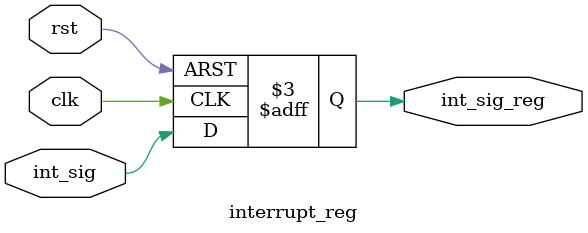
<source format=v>
module interrupt_reg (
    input wire clk,
    input wire rst,
    input wire int_sig,
    output reg int_sig_reg
);
    always @(posedge clk or negedge rst) 
    begin
        if(!rst)
        begin
            int_sig_reg <= 0;
        end
        else
            int_sig_reg <= int_sig;
    end
endmodule
</source>
